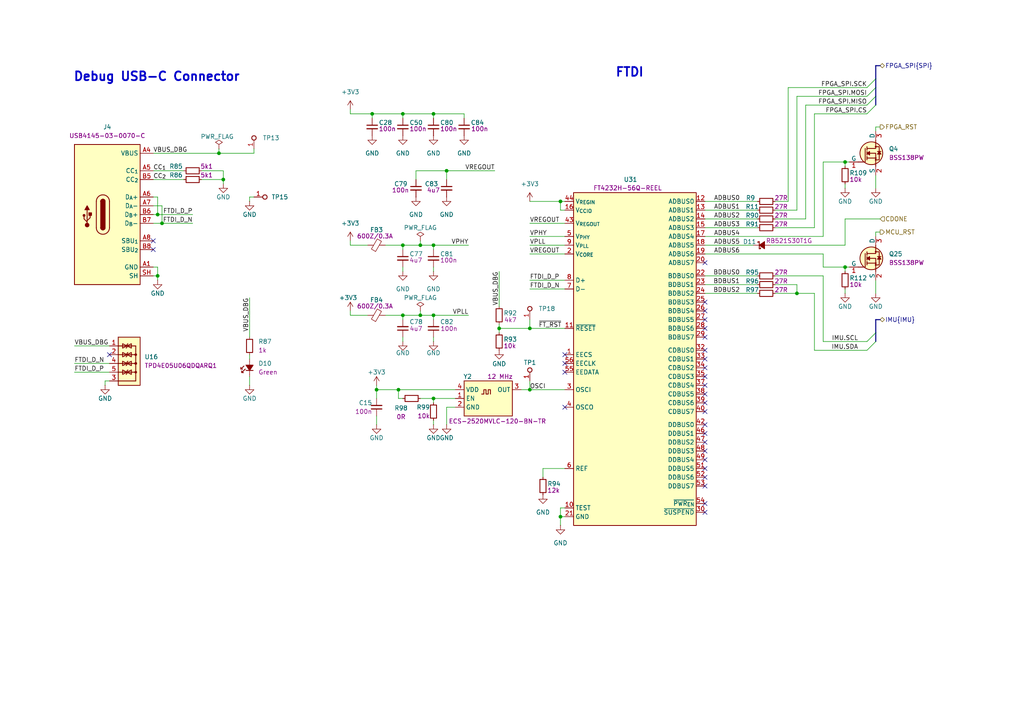
<source format=kicad_sch>
(kicad_sch (version 20231120) (generator "eeschema") (generator_version "8.0")
  (paper "A4")
  (title_block (title "LED Panel Board") (date "2025-01-31") (rev "1.0.0"))
  (junction (at 115.57 113.03))
  (junction (at 116.84 71.12))
  (junction (at 153.67 95.25))
  (junction (at 45.72 80.01))
  (junction (at 162.56 58.42))
  (junction (at 245.11 77.47))
  (junction (at 129.54 49.53))
  (junction (at 162.56 149.86))
  (junction (at 116.84 91.44))
  (junction (at 125.73 71.12))
  (junction (at 109.22 113.03))
  (junction (at 46.99 64.77))
  (junction (at 153.67 113.03))
  (junction (at 125.73 115.57))
  (junction (at 63.5 44.45))
  (junction (at 125.73 33.02))
  (junction (at 45.72 62.23))
  (junction (at 64.77 52.07))
  (junction (at 121.92 71.12))
  (junction (at 121.92 91.44))
  (junction (at 144.78 95.25))
  (junction (at 125.73 91.44))
  (junction (at 231.14 85.09))
  (junction (at 107.95 33.02))
  (junction (at 245.11 46.99))
  (junction (at 116.84 33.02))
  (no_connect (at 163.83 102.87))
  (no_connect (at 204.47 97.79))
  (no_connect (at 204.47 123.19))
  (no_connect (at 204.47 76.2))
  (no_connect (at 204.47 101.6))
  (no_connect (at 204.47 92.71))
  (no_connect (at 204.47 109.22))
  (no_connect (at 163.83 105.41))
  (no_connect (at 204.47 125.73))
  (no_connect (at 204.47 119.38))
  (no_connect (at 204.47 111.76))
  (no_connect (at 44.45 72.39))
  (no_connect (at 204.47 146.05))
  (no_connect (at 204.47 95.25))
  (no_connect (at 163.83 107.95))
  (no_connect (at 31.75 102.87))
  (no_connect (at 44.45 69.85))
  (no_connect (at 204.47 90.17))
  (no_connect (at 204.47 87.63))
  (no_connect (at 204.47 148.59))
  (no_connect (at 204.47 140.97))
  (no_connect (at 204.47 138.43))
  (no_connect (at 204.47 135.89))
  (no_connect (at 204.47 106.68))
  (no_connect (at 204.47 116.84))
  (no_connect (at 204.47 114.3))
  (no_connect (at 204.47 130.81))
  (no_connect (at 204.47 133.35))
  (no_connect (at 204.47 128.27))
  (no_connect (at 163.83 118.11))
  (no_connect (at 204.47 104.14))
  (bus_entry (at 254 27.94) (size -2.54 2.54))
  (bus_entry (at 254 25.4) (size -2.54 2.54))
  (bus_entry (at 254 96.52) (size -2.54 2.54))
  (bus_entry (at 254 30.48) (size -2.54 2.54))
  (bus_entry (at 254 22.86) (size -2.54 2.54))
  (bus_entry (at 254 99.06) (size -2.54 2.54))
  (wire (pts (xy 245.11 77.47) (xy 246.38 77.47)))
  (wire (pts (xy 224.79 80.01) (xy 238.76 80.01)))
  (wire (pts (xy 236.22 33.02) (xy 251.46 33.02)))
  (wire (pts (xy 163.83 147.32) (xy 162.56 147.32)))
  (wire (pts (xy 31.75 110.49) (xy 30.48 110.49)))
  (wire (pts (xy 144.78 95.25) (xy 144.78 96.52)))
  (wire (pts (xy 153.67 92.71) (xy 153.67 95.25)))
  (wire (pts (xy 30.48 110.49) (xy 30.48 111.76)))
  (wire (pts (xy 255.27 36.83) (xy 254 36.83)))
  (wire (pts (xy 162.56 149.86) (xy 163.83 149.86)))
  (wire (pts (xy 245.11 71.12) (xy 245.11 63.5)))
  (wire (pts (xy 162.56 149.86) (xy 162.56 152.4)))
  (bus (pts (xy 254 25.4) (xy 254 22.86)))
  (wire (pts (xy 72.39 86.36) (xy 72.39 97.79)))
  (wire (pts (xy 115.57 115.57) (xy 116.84 115.57)))
  (wire (pts (xy 116.84 34.29) (xy 116.84 33.02)))
  (wire (pts (xy 101.6 33.02) (xy 107.95 33.02)))
  (wire (pts (xy 115.57 113.03) (xy 109.22 113.03)))
  (wire (pts (xy 45.72 57.15) (xy 44.45 57.15)))
  (wire (pts (xy 228.6 25.4) (xy 251.46 25.4)))
  (wire (pts (xy 238.76 68.58) (xy 238.76 46.99)))
  (wire (pts (xy 21.59 107.95) (xy 31.75 107.95)))
  (wire (pts (xy 129.54 52.07) (xy 129.54 49.53)))
  (wire (pts (xy 245.11 46.99) (xy 245.11 48.26)))
  (wire (pts (xy 151.13 113.03) (xy 153.67 113.03)))
  (wire (pts (xy 153.67 110.49) (xy 153.67 113.03)))
  (wire (pts (xy 231.14 85.09) (xy 231.14 82.55)))
  (wire (pts (xy 254 36.83) (xy 254 38.1)))
  (wire (pts (xy 107.95 33.02) (xy 116.84 33.02)))
  (bus (pts (xy 254 30.48) (xy 254 27.94)))
  (wire (pts (xy 163.83 60.96) (xy 162.56 60.96)))
  (wire (pts (xy 58.42 49.53) (xy 64.77 49.53)))
  (wire (pts (xy 125.73 71.12) (xy 135.89 71.12)))
  (wire (pts (xy 121.92 91.44) (xy 125.73 91.44)))
  (wire (pts (xy 224.79 85.09) (xy 231.14 85.09)))
  (wire (pts (xy 224.79 63.5) (xy 233.68 63.5)))
  (wire (pts (xy 223.52 71.12) (xy 245.11 71.12)))
  (wire (pts (xy 120.65 49.53) (xy 120.65 52.07)))
  (wire (pts (xy 204.47 60.96) (xy 219.71 60.96)))
  (wire (pts (xy 101.6 91.44) (xy 106.68 91.44)))
  (wire (pts (xy 236.22 101.6) (xy 251.46 101.6)))
  (wire (pts (xy 44.45 49.53) (xy 53.34 49.53)))
  (wire (pts (xy 245.11 63.5) (xy 255.27 63.5)))
  (wire (pts (xy 109.22 111.76) (xy 109.22 113.03)))
  (wire (pts (xy 153.67 81.28) (xy 163.83 81.28)))
  (wire (pts (xy 21.59 105.41) (xy 31.75 105.41)))
  (bus (pts (xy 255.27 92.71) (xy 254 92.71)))
  (wire (pts (xy 245.11 53.34) (xy 245.11 54.61)))
  (wire (pts (xy 63.5 43.18) (xy 63.5 44.45)))
  (wire (pts (xy 162.56 147.32) (xy 162.56 149.86)))
  (wire (pts (xy 204.47 68.58) (xy 238.76 68.58)))
  (wire (pts (xy 204.47 71.12) (xy 218.44 71.12)))
  (wire (pts (xy 236.22 85.09) (xy 236.22 101.6)))
  (wire (pts (xy 204.47 82.55) (xy 219.71 82.55)))
  (wire (pts (xy 163.83 83.82) (xy 153.67 83.82)))
  (bus (pts (xy 254 22.86) (xy 254 19.05)))
  (wire (pts (xy 254 50.8) (xy 254 54.61)))
  (wire (pts (xy 72.39 57.15) (xy 73.66 57.15)))
  (wire (pts (xy 45.72 62.23) (xy 45.72 57.15)))
  (wire (pts (xy 129.54 49.53) (xy 120.65 49.53)))
  (wire (pts (xy 132.08 115.57) (xy 125.73 115.57)))
  (wire (pts (xy 231.14 27.94) (xy 231.14 60.96)))
  (wire (pts (xy 238.76 77.47) (xy 245.11 77.47)))
  (wire (pts (xy 144.78 95.25) (xy 153.67 95.25)))
  (wire (pts (xy 157.48 138.43) (xy 157.48 135.89)))
  (wire (pts (xy 204.47 66.04) (xy 219.71 66.04)))
  (wire (pts (xy 153.67 71.12) (xy 163.83 71.12)))
  (wire (pts (xy 44.45 77.47) (xy 45.72 77.47)))
  (wire (pts (xy 125.73 115.57) (xy 121.92 115.57)))
  (wire (pts (xy 109.22 123.19) (xy 109.22 120.65)))
  (wire (pts (xy 44.45 59.69) (xy 46.99 59.69)))
  (wire (pts (xy 44.45 44.45) (xy 63.5 44.45)))
  (wire (pts (xy 125.73 115.57) (xy 125.73 116.84)))
  (wire (pts (xy 121.92 71.12) (xy 125.73 71.12)))
  (wire (pts (xy 224.79 60.96) (xy 231.14 60.96)))
  (wire (pts (xy 45.72 77.47) (xy 45.72 80.01)))
  (wire (pts (xy 238.76 73.66) (xy 238.76 77.47)))
  (wire (pts (xy 231.14 85.09) (xy 236.22 85.09)))
  (wire (pts (xy 116.84 97.79) (xy 116.84 99.06)))
  (wire (pts (xy 116.84 71.12) (xy 121.92 71.12)))
  (wire (pts (xy 129.54 49.53) (xy 143.51 49.53)))
  (wire (pts (xy 132.08 118.11) (xy 129.54 118.11)))
  (wire (pts (xy 46.99 64.77) (xy 55.88 64.77)))
  (wire (pts (xy 44.45 52.07) (xy 53.34 52.07)))
  (wire (pts (xy 144.78 78.74) (xy 144.78 88.9)))
  (wire (pts (xy 101.6 90.17) (xy 101.6 91.44)))
  (wire (pts (xy 72.39 57.15) (xy 72.39 58.42)))
  (wire (pts (xy 129.54 118.11) (xy 129.54 123.19)))
  (wire (pts (xy 121.92 90.17) (xy 121.92 91.44)))
  (wire (pts (xy 63.5 44.45) (xy 73.66 44.45)))
  (wire (pts (xy 116.84 91.44) (xy 121.92 91.44)))
  (wire (pts (xy 254 81.28) (xy 254 85.09)))
  (wire (pts (xy 109.22 113.03) (xy 109.22 115.57)))
  (wire (pts (xy 72.39 109.22) (xy 72.39 111.76)))
  (wire (pts (xy 162.56 60.96) (xy 162.56 58.42)))
  (wire (pts (xy 238.76 80.01) (xy 238.76 99.06)))
  (wire (pts (xy 111.76 91.44) (xy 116.84 91.44)))
  (wire (pts (xy 153.67 95.25) (xy 163.83 95.25)))
  (wire (pts (xy 45.72 80.01) (xy 45.72 81.28)))
  (wire (pts (xy 231.14 27.94) (xy 251.46 27.94)))
  (wire (pts (xy 111.76 71.12) (xy 116.84 71.12)))
  (wire (pts (xy 125.73 77.47) (xy 125.73 78.74)))
  (wire (pts (xy 44.45 64.77) (xy 46.99 64.77)))
  (wire (pts (xy 121.92 69.85) (xy 121.92 71.12)))
  (wire (pts (xy 224.79 58.42) (xy 228.6 58.42)))
  (bus (pts (xy 254 92.71) (xy 254 96.52)))
  (wire (pts (xy 116.84 72.39) (xy 116.84 71.12)))
  (wire (pts (xy 153.67 73.66) (xy 163.83 73.66)))
  (wire (pts (xy 245.11 77.47) (xy 245.11 78.74)))
  (wire (pts (xy 245.11 83.82) (xy 245.11 85.09)))
  (wire (pts (xy 228.6 25.4) (xy 228.6 58.42)))
  (wire (pts (xy 204.47 80.01) (xy 219.71 80.01)))
  (bus (pts (xy 254 96.52) (xy 254 99.06)))
  (wire (pts (xy 116.84 33.02) (xy 125.73 33.02)))
  (wire (pts (xy 125.73 33.02) (xy 134.62 33.02)))
  (wire (pts (xy 21.59 100.33) (xy 31.75 100.33)))
  (wire (pts (xy 255.27 67.31) (xy 254 67.31)))
  (wire (pts (xy 224.79 66.04) (xy 236.22 66.04)))
  (wire (pts (xy 238.76 99.06) (xy 251.46 99.06)))
  (wire (pts (xy 204.47 63.5) (xy 219.71 63.5)))
  (wire (pts (xy 64.77 52.07) (xy 64.77 53.34)))
  (wire (pts (xy 132.08 113.03) (xy 115.57 113.03)))
  (wire (pts (xy 144.78 93.98) (xy 144.78 95.25)))
  (wire (pts (xy 233.68 30.48) (xy 233.68 63.5)))
  (wire (pts (xy 72.39 102.87) (xy 72.39 104.14)))
  (wire (pts (xy 45.72 62.23) (xy 55.88 62.23)))
  (wire (pts (xy 157.48 135.89) (xy 163.83 135.89)))
  (wire (pts (xy 233.68 30.48) (xy 251.46 30.48)))
  (wire (pts (xy 125.73 33.02) (xy 125.73 34.29)))
  (wire (pts (xy 73.66 44.45) (xy 73.66 43.18)))
  (wire (pts (xy 46.99 59.69) (xy 46.99 64.77)))
  (bus (pts (xy 254 27.94) (xy 254 25.4)))
  (wire (pts (xy 116.84 92.71) (xy 116.84 91.44)))
  (wire (pts (xy 134.62 34.29) (xy 134.62 33.02)))
  (wire (pts (xy 153.67 113.03) (xy 163.83 113.03)))
  (wire (pts (xy 236.22 33.02) (xy 236.22 66.04)))
  (wire (pts (xy 125.73 121.92) (xy 125.73 123.19)))
  (wire (pts (xy 44.45 62.23) (xy 45.72 62.23)))
  (wire (pts (xy 224.79 82.55) (xy 231.14 82.55)))
  (wire (pts (xy 64.77 49.53) (xy 64.77 52.07)))
  (wire (pts (xy 204.47 58.42) (xy 219.71 58.42)))
  (wire (pts (xy 101.6 31.75) (xy 101.6 33.02)))
  (wire (pts (xy 245.11 46.99) (xy 246.38 46.99)))
  (wire (pts (xy 125.73 91.44) (xy 125.73 92.71)))
  (wire (pts (xy 125.73 91.44) (xy 135.89 91.44)))
  (wire (pts (xy 125.73 71.12) (xy 125.73 72.39)))
  (wire (pts (xy 153.67 68.58) (xy 163.83 68.58)))
  (wire (pts (xy 125.73 97.79) (xy 125.73 99.06)))
  (wire (pts (xy 153.67 58.42) (xy 162.56 58.42)))
  (wire (pts (xy 153.67 64.77) (xy 163.83 64.77)))
  (wire (pts (xy 238.76 46.99) (xy 245.11 46.99)))
  (wire (pts (xy 101.6 71.12) (xy 106.68 71.12)))
  (wire (pts (xy 107.95 34.29) (xy 107.95 33.02)))
  (wire (pts (xy 44.45 80.01) (xy 45.72 80.01)))
  (wire (pts (xy 115.57 113.03) (xy 115.57 115.57)))
  (wire (pts (xy 163.83 58.42) (xy 162.56 58.42)))
  (wire (pts (xy 254 67.31) (xy 254 68.58)))
  (wire (pts (xy 58.42 52.07) (xy 64.77 52.07)))
  (wire (pts (xy 101.6 69.85) (xy 101.6 71.12)))
  (wire (pts (xy 204.47 85.09) (xy 219.71 85.09)))
  (wire (pts (xy 204.47 73.66) (xy 238.76 73.66)))
  (wire (pts (xy 116.84 77.47) (xy 116.84 78.74)))
  (bus (pts (xy 254 19.05) (xy 255.27 19.05)))
  (text "FTDI" (at 182.626 21.082 0) (effects (font (size 2.54 2.54) (thickness 0.508) (bold yes))))
  (text "Debug USB-C Connector" (at 45.466 22.352 0) (effects (font (size 2.54 2.54) (thickness 0.508) (bold yes))))
  (label "CC_{1}" (at 44.45 49.53 0))
  (label "FTDI_D_P" (at 21.59 107.95 0))
  (label "IMU.SCL" (at 248.92 99.06 180))
  (label "FTDI_D_N" (at 153.67 83.82 0))
  (label "~{FT_RST}" (at 156.21 95.25 0))
  (label "FTDI_D_N" (at 55.88 64.77 180))
  (label "VBUS_DBG" (at 144.78 78.74 270))
  (label "VREGOUT" (at 153.67 64.77 0))
  (label "VBUS_DBG" (at 44.45 44.45 0))
  (label "VBUS_DBG" (at 72.39 86.36 270))
  (label "BDBUS2" (at 214.63 85.09 180))
  (label "ADBUS4" (at 214.63 68.58 180))
  (label "BDBUS1" (at 214.63 82.55 180))
  (label "VPLL" (at 153.67 71.12 0))
  (label "FTDI_D_N" (at 21.59 105.41 0))
  (label "VPLL" (at 135.89 91.44 180))
  (label "FPGA_SPI.CS" (at 251.46 33.02 180))
  (label "VBUS_DBG" (at 21.59 100.33 0))
  (label "ADBUS6" (at 214.63 73.66 180))
  (label "FTDI_D_P" (at 153.67 81.28 0))
  (label "ADBUS0" (at 214.63 58.42 180))
  (label "VPHY" (at 135.89 71.12 180))
  (label "OSCI" (at 153.67 113.03 0))
  (label "VREGOUT" (at 143.51 49.53 180))
  (label "CC_{2}" (at 44.45 52.07 0))
  (label "VPHY" (at 153.67 68.58 0))
  (label "VREGOUT" (at 153.67 73.66 0))
  (label "ADBUS2" (at 214.63 63.5 180))
  (label "FTDI_D_P" (at 55.88 62.23 180))
  (label "ADBUS5" (at 214.63 71.12 180))
  (label "BDBUS0" (at 214.63 80.01 180))
  (label "IMU.SDA" (at 248.92 101.6 180))
  (label "ADBUS3" (at 214.63 66.04 180))
  (label "FPGA_SPI.MOSI" (at 251.46 27.94 180))
  (label "ADBUS1" (at 214.63 60.96 180))
  (label "FPGA_SPI.MISO" (at 251.46 30.48 180))
  (label "FPGA_SPI.SCK" (at 251.46 25.4 180))
  (hierarchical_label "IMU{IMU}" (shape bidirectional) (at 255.27 92.71 0))
  (hierarchical_label "MCU_RST" (shape output) (at 255.27 67.31 0))
  (hierarchical_label "FPGA_SPI{SPI}" (shape bidirectional) (at 255.27 19.05 0))
  (hierarchical_label "CDONE" (shape input) (at 255.27 63.5 0))
  (hierarchical_label "FPGA_RST" (shape output) (at 255.27 36.83 0))
  (symbol (lib_id "antmicroTestPoints:TP_0.75mm_SMD") (at 73.66 43.18 90) (unit 1) (in_bom no)
    (property "Reference" "TP13" (at 76.2 40.005 90) (effects (justify right)))
    (property "Value" "TP_0.75mm_SMD" (effects (hide yes)))
    (property "Footprint" "antmicro-footprints:TP_SMD_0.75mm" (effects (hide yes)))
    (property "Description" "SMT test point" (effects (hide yes)))
    (property "Author" "Antmicro" (effects (hide yes)))
    (property "License" "Apache-2.0" (effects (hide yes)))
  )
  (symbol (lib_id "antmicropower:+3V3") (at 101.6 90.17 0) (unit 1)
    (property "Reference" "#PWR0247" (effects (hide yes)))
    (property "Value" "+3V3" (at 100.965 86.36 0))
    (property "Author" "Antmicro" (effects (hide yes)))
    (property "License" "Apache-2.0" (effects (hide yes)))
  )
  (symbol (lib_id "antmicropower:GND") (at 129.54 123.19 0) (mirror y) (unit 1)
    (property "Reference" "#PWR032" (effects (hide yes)))
    (property "Value" "GND" (at 129.54 127 0))
    (property "Author" "Antmicro" (effects (hide yes)))
    (property "License" "Apache-2.0" (effects (hide yes)))
  )
  (symbol (lib_id "antmicropower:GND") (at 116.84 39.37 0) (unit 1)
    (property "Reference" "#PWR0252" (effects (hide yes)))
    (property "Value" "GND" (at 116.84 44.45 0))
    (property "Author" "Antmicro" (effects (hide yes)))
    (property "License" "Apache-2.0" (effects (hide yes)))
  )
  (symbol (lib_id "antmicropower:GND") (at 134.62 39.37 0) (unit 1)
    (property "Reference" "#PWR0262" (effects (hide yes)))
    (property "Value" "GND" (at 134.62 44.45 0))
    (property "Author" "Antmicro" (effects (hide yes)))
    (property "License" "Apache-2.0" (effects (hide yes)))
  )
  (symbol (lib_id "antmicroCapacitors0402:C_100n_0402") (at 109.22 120.65 270) (mirror x) (unit 1)
    (property "Reference" "C15" (at 107.95 116.84 90) (effects (justify right)))
    (property "Value" "C_100n_0402" (effects (hide yes)))
    (property "Footprint" "antmicro-footprints:C_0402_1005Metric" (effects (hide yes)))
    (property "Datasheet" "https://www.murata.com/products/productdetail?partno=GRM155R61H104KE14%23" (effects (hide yes)))
    (property "Description" "SMD Multilayer Ceramic Capacitor, 0.1 µF, 50 V, 0402 [1005 Metric], ± 10%, X5R, GRM Series" (effects (hide yes)))
    (property "MPN" "GRM155R61H104KE14D" (effects (hide yes)))
    (property "Manufacturer" "Murata" (effects (hide yes)))
    (property "License" "Apache-2.0" (effects (hide yes)))
    (property "Author" "Antmicro" (effects (hide yes)))
    (property "Val" "100n" (at 107.95 119.38 90) (effects (justify right)))
    (property "Voltage" "50V" (effects (hide yes)))
    (property "Dielectric" "X5R" (effects (hide yes)))
  )
  (symbol (lib_id "antmicroResistors0402:R_27R_0402") (at 219.71 63.5 0) (unit 1)
    (property "Reference" "R90" (at 218.186 62.484 0))
    (property "Value" "R_27R_0402" (effects (hide yes)))
    (property "Footprint" "antmicro-footprints:R_0402_1005Metric" (effects (hide yes)))
    (property "Datasheet" "https://www.bourns.com/docs/product-datasheets/cr.pdf" (effects (hide yes)))
    (property "Description" "SMD Chip Resistor, 27 ohm, ± 1%, 63 mW, 0402 [1005 Metric], Thick Film, General Purpose" (effects (hide yes)))
    (property "MPN" "CR0402-FX-27R0GLF" (effects (hide yes)))
    (property "Manufacturer" "Bourns" (effects (hide yes)))
    (property "License" "Apache-2.0" (effects (hide yes)))
    (property "Author" "Antmicro" (effects (hide yes)))
    (property "Val" "27R" (at 226.568 62.484 0))
    (property "Tolerance" "1%" (effects (hide yes)))
  )
  (symbol (lib_id "antmicropower:PWR_FLAG") (at 63.5 43.18 0) (unit 1)
    (property "Reference" "#FLG01" (effects (hide yes)))
    (property "Value" "PWR_FLAG" (at 62.992 39.624 0))
    (instances (project "" (path "" (reference "#FLG01") (unit 1)) (path "" (reference "#FLG0101") (unit 1))))
  )
  (symbol (lib_id "antmicroCapacitors0402:C_100n_16V_X7R_0402") (at 134.62 34.29 90) (mirror x) (unit 1)
    (property "Reference" "C84" (at 136.525 35.56 90) (effects (justify right)))
    (property "Value" "C_100n_16V_X7R_0402" (effects (hide yes)))
    (property "Footprint" "antmicro-footprints:C_0402_1005Metric" (effects (hide yes)))
    (property "Datasheet" "https://www.kemet.com/en/us/capacitors/product/C0402C104J4RAC7411.html" (effects (hide yes)))
    (property "Manufacturer" "KEMET" (effects (hide yes)))
    (property "MPN" "C0402C104J4RAC7411" (effects (hide yes)))
    (property "Val" "100n" (at 141.605 38.1 90) (effects (justify left bottom)))
    (property "License" "Apache-2.0" (effects (hide yes)))
    (property "Author" "Antmicro" (effects (hide yes)))
    (property "Voltage" "16V" (effects (hide yes)))
    (property "Dielectric" "X7R" (effects (hide yes)))
  )
  (symbol (lib_id "antmicroResistors0402:R_10k_0402") (at 144.78 101.6 90) (unit 1)
    (property "Reference" "R93" (at 146.05 98.425 90) (effects (justify right)))
    (property "Value" "R_10k_0402" (effects (hide yes)))
    (property "Footprint" "antmicro-footprints:R_0402_1005Metric" (effects (hide yes)))
    (property "Datasheet" "https://www.bourns.com/docs/product-datasheets/cr.pdf" (effects (hide yes)))
    (property "Manufacturer" "Bourns" (effects (hide yes)))
    (property "MPN" "CR0402-FX-1002GLF" (effects (hide yes)))
    (property "Val" "10k" (at 146.05 100.33 90) (effects (justify right)))
    (property "License" "Apache-2.0" (effects (hide yes)))
    (property "Author" "Antmicro" (effects (hide yes)))
    (property "Tolerance" "1%" (effects (hide yes)))
    (property "Public" "False" (effects (hide yes)))
  )
  (symbol (lib_id "antmicropower:GND") (at 245.11 85.09 0) (unit 1)
    (property "Reference" "#PWR0268" (effects (hide yes)))
    (property "Value" "GND" (at 245.11 88.9 0))
    (property "Author" "Antmicro" (effects (hide yes)))
    (property "License" "Apache-2.0" (effects (hide yes)))
  )
  (symbol (lib_id "antmicropower:+3V3") (at 109.22 111.76 0) (unit 1)
    (property "Reference" "#PWR025" (effects (hide yes)))
    (property "Value" "+3V3" (at 109.22 107.95 0))
    (property "Author" "Antmicro" (effects (hide yes)))
    (property "License" "Apache-2.0" (effects (hide yes)))
  )
  (symbol (lib_id "antmicropower:+3V3") (at 101.6 69.85 0) (unit 1)
    (property "Reference" "#PWR0246" (effects (hide yes)))
    (property "Value" "+3V3" (at 101.6 64.77 0))
    (property "Author" "Antmicro" (effects (hide yes)))
    (property "License" "Apache-2.0" (effects (hide yes)))
  )
  (symbol (lib_id "antmicroResistors0402:R_1k_0402") (at 72.39 97.79 270) (unit 1)
    (property "Reference" "R87" (at 74.93 99.06 90) (effects (justify left)))
    (property "Value" "R_1k_0402" (effects (hide yes)))
    (property "Footprint" "antmicro-footprints:R_0402_1005Metric" (effects (hide yes)))
    (property "Datasheet" "https://www.bourns.com/docs/product-datasheets/cr.pdf" (effects (hide yes)))
    (property "Description" "SMD Chip Resistor, 1 kohm, ± 1%, 63 mW, 0402 [1005 Metric], Thick Film, General Purpose" (effects (hide yes)))
    (property "MPN" "CR0402-FX-1001GLF" (effects (hide yes)))
    (property "Manufacturer" "Bourns" (effects (hide yes)))
    (property "License" "Apache-2.0" (effects (hide yes)))
    (property "Author" "Antmicro" (effects (hide yes)))
    (property "Val" "1k" (at 74.93 101.6 90) (effects (justify left)))
    (property "Tolerance" "1%" (effects (hide yes)))
  )
  (symbol (lib_id "antmicropower:GND") (at 45.72 81.28 0) (unit 1)
    (property "Reference" "#PWR056" (effects (hide yes)))
    (property "Value" "GND" (at 45.72 85.09 0))
    (property "Author" "Antmicro" (effects (hide yes)))
    (property "License" "Apache-2.0" (effects (hide yes)))
  )
  (symbol (lib_id "antmicroResistors0402:R_12k_0402") (at 157.48 138.43 270) (unit 1)
    (property "Reference" "R94" (at 158.75 140.335 90) (effects (justify left)))
    (property "Value" "R_12k_0402" (effects (hide yes)))
    (property "Footprint" "antmicro-footprints:R_0402_1005Metric" (effects (hide yes)))
    (property "Datasheet" "https://www.bourns.com/docs/product-datasheets/cr.pdf" (effects (hide yes)))
    (property "Manufacturer" "Bourns" (effects (hide yes)))
    (property "MPN" "CR0402-FX-1202GLF" (effects (hide yes)))
    (property "Val" "12k" (at 158.75 142.24 90) (effects (justify left)))
    (property "License" "Apache-2.0" (effects (hide yes)))
    (property "Author" "Antmicro" (effects (hide yes)))
    (property "Tolerance" "1%" (effects (hide yes)))
    (property "Public" "False" (effects (hide yes)))
  )
  (symbol (lib_id "antmicroResistors0402:R_27R_0402") (at 219.71 80.01 0) (unit 1)
    (property "Reference" "R95" (at 218.186 78.994 0))
    (property "Value" "R_27R_0402" (effects (hide yes)))
    (property "Footprint" "antmicro-footprints:R_0402_1005Metric" (effects (hide yes)))
    (property "Datasheet" "https://www.bourns.com/docs/product-datasheets/cr.pdf" (effects (hide yes)))
    (property "Description" "SMD Chip Resistor, 27 ohm, ± 1%, 63 mW, 0402 [1005 Metric], Thick Film, General Purpose" (effects (hide yes)))
    (property "MPN" "CR0402-FX-27R0GLF" (effects (hide yes)))
    (property "Manufacturer" "Bourns" (effects (hide yes)))
    (property "License" "Apache-2.0" (effects (hide yes)))
    (property "Author" "Antmicro" (effects (hide yes)))
    (property "Val" "27R" (at 226.568 78.994 0))
    (property "Tolerance" "1%" (effects (hide yes)))
  )
  (symbol (lib_id "antmicropower:PWR_FLAG") (at 121.92 69.85 0) (unit 1)
    (property "Reference" "#FLG05" (effects (hide yes)))
    (property "Value" "PWR_FLAG" (at 121.92 66.04 0))
  )
  (symbol (lib_id "antmicropower:GND") (at 72.39 111.76 0) (unit 1)
    (property "Reference" "#PWR064" (effects (hide yes)))
    (property "Value" "GND" (at 72.39 115.57 0))
    (property "Author" "Antmicro" (effects (hide yes)))
    (property "License" "Apache-2.0" (effects (hide yes)))
  )
  (symbol (lib_id "antmicropower:GND") (at 30.48 111.76 0) (unit 1)
    (property "Reference" "#PWR053" (effects (hide yes)))
    (property "Value" "GND" (at 30.48 115.57 0))
    (property "Author" "Antmicro" (effects (hide yes)))
    (property "License" "Apache-2.0" (effects (hide yes)))
  )
  (symbol (lib_id "antmicroTestPoints:TP_0.75mm_SMD") (at 153.67 110.49 270) (mirror x) (unit 1) (in_bom no)
    (property "Reference" "TP1" (at 151.892 105.156 90) (effects (justify left)))
    (property "Value" "TP_0.75mm_SMD" (effects (hide yes)))
    (property "Footprint" "antmicro-footprints:TP_SMD_0.75mm" (effects (hide yes)))
    (property "Description" "SMT test point" (effects (hide yes)))
    (property "Author" "Antmicro" (effects (hide yes)))
    (property "License" "Apache-2.0" (effects (hide yes)))
  )
  (symbol (lib_id "antmicroCapacitors0402:C_100n_16V_X7R_0402") (at 116.84 34.29 270) (unit 1)
    (property "Reference" "C50" (at 118.745 35.56 90) (effects (justify left)))
    (property "Value" "C_100n_16V_X7R_0402" (effects (hide yes)))
    (property "Footprint" "antmicro-footprints:C_0402_1005Metric" (effects (hide yes)))
    (property "Datasheet" "https://www.kemet.com/en/us/capacitors/product/C0402C104J4RAC7411.html" (effects (hide yes)))
    (property "Manufacturer" "KEMET" (effects (hide yes)))
    (property "MPN" "C0402C104J4RAC7411" (effects (hide yes)))
    (property "Val" "100n" (at 118.745 38.1 90) (effects (justify left bottom)))
    (property "License" "Apache-2.0" (effects (hide yes)))
    (property "Author" "Antmicro" (effects (hide yes)))
    (property "Voltage" "16V" (effects (hide yes)))
    (property "Dielectric" "X7R" (effects (hide yes)))
  )
  (symbol (lib_id "antmicropower:GND") (at 64.77 53.34 0) (unit 1)
    (property "Reference" "#PWR059" (effects (hide yes)))
    (property "Value" "GND" (at 64.77 57.15 0))
    (property "Author" "Antmicro" (effects (hide yes)))
    (property "License" "Apache-2.0" (effects (hide yes)))
  )
  (symbol (lib_id "antmicropower:+3V3") (at 101.6 31.75 0) (unit 1)
    (property "Reference" "#PWR0245" (effects (hide yes)))
    (property "Value" "+3V3" (at 101.6 26.67 0))
    (property "Author" "Antmicro" (effects (hide yes)))
    (property "License" "Apache-2.0" (effects (hide yes)))
  )
  (symbol (lib_id "antmicroTestPoints:TP_0.75mm_SMD") (at 153.67 92.71 270) (mirror x) (unit 1) (in_bom no)
    (property "Reference" "TP18" (at 156.21 89.535 90) (effects (justify left)))
    (property "Value" "TP_0.75mm_SMD" (effects (hide yes)))
    (property "Footprint" "antmicro-footprints:TP_SMD_0.75mm" (effects (hide yes)))
    (property "Description" "SMT test point" (effects (hide yes)))
    (property "Author" "Antmicro" (effects (hide yes)))
    (property "License" "Apache-2.0" (effects (hide yes)))
  )
  (symbol (lib_id "antmicroResistors0402:R_5k1_0402") (at 53.34 49.53 0) (unit 1)
    (property "Reference" "R85" (at 51.054 48.26 0))
    (property "Value" "R_5k1_0402" (effects (hide yes)))
    (property "Footprint" "antmicro-footprints:R_0402_1005Metric" (effects (hide yes)))
    (property "Datasheet" "https://www.bourns.com/docs/product-datasheets/cr.pdf" (effects (hide yes)))
    (property "Description" "SMD Chip Resistor, 5.1 kohm, ± 1%, 63 mW, 0402 [1005 Metric], Thick Film, General Purpose" (effects (hide yes)))
    (property "MPN" "CR0402-FX-5101GLF" (effects (hide yes)))
    (property "Manufacturer" "Bourns" (effects (hide yes)))
    (property "License" "Apache-2.0" (effects (hide yes)))
    (property "Author" "Antmicro" (effects (hide yes)))
    (property "Val" "5k1" (at 59.944 48.26 0))
    (property "Tolerance" "1%" (effects (hide yes)))
  )
  (symbol (lib_id "antmicroCapacitors0402:C_4u7_0402") (at 116.84 72.39 270) (unit 1)
    (property "Reference" "C77" (at 118.745 73.66 90) (effects (justify left)))
    (property "Value" "C_4u7_0402" (effects (hide yes)))
    (property "Footprint" "antmicro-footprints:C_0402_1005Metric" (effects (hide yes)))
    (property "Datasheet" "https://www.murata.com/products/productdetail?partno=GRM155R61A475MEAA%23" (effects (hide yes)))
    (property "Manufacturer" "Murata" (effects (hide yes)))
    (property "MPN" "GRM155R61A475MEAAD" (effects (hide yes)))
    (property "Val" "4u7" (at 118.745 76.2 90) (effects (justify left bottom)))
    (property "License" "Apache-2.0" (effects (hide yes)))
    (property "Author" "Antmicro" (effects (hide yes)))
    (property "Public" "False" (effects (hide yes)))
  )
  (symbol (lib_id "antmicroResistors0402:R_27R_0402") (at 219.71 66.04 0) (unit 1)
    (property "Reference" "R91" (at 218.186 65.024 0))
    (property "Value" "R_27R_0402" (effects (hide yes)))
    (property "Footprint" "antmicro-footprints:R_0402_1005Metric" (effects (hide yes)))
    (property "Datasheet" "https://www.bourns.com/docs/product-datasheets/cr.pdf" (effects (hide yes)))
    (property "Description" "SMD Chip Resistor, 27 ohm, ± 1%, 63 mW, 0402 [1005 Metric], Thick Film, General Purpose" (effects (hide yes)))
    (property "MPN" "CR0402-FX-27R0GLF" (effects (hide yes)))
    (property "Manufacturer" "Bourns" (effects (hide yes)))
    (property "License" "Apache-2.0" (effects (hide yes)))
    (property "Author" "Antmicro" (effects (hide yes)))
    (property "Val" "27R" (at 226.568 65.024 0))
    (property "Tolerance" "1%" (effects (hide yes)))
  )
  (symbol (lib_id "antmicropower:GND") (at 116.84 78.74 0) (unit 1)
    (property "Reference" "#PWR0253" (effects (hide yes)))
    (property "Value" "GND" (at 116.84 83.82 0))
    (property "Author" "Antmicro" (effects (hide yes)))
    (property "License" "Apache-2.0" (effects (hide yes)))
  )
  (symbol (lib_id "antmicropower:GND") (at 116.84 99.06 0) (unit 1)
    (property "Reference" "#PWR0254" (effects (hide yes)))
    (property "Value" "GND" (at 116.84 102.362 0))
    (property "Author" "Antmicro" (effects (hide yes)))
    (property "License" "Apache-2.0" (effects (hide yes)))
  )
  (symbol (lib_id "antmicroCapacitors0402:C_100n_16V_X7R_0402") (at 125.73 97.79 90) (unit 1)
    (property "Reference" "C82" (at 127.635 93.345 90) (effects (justify right)))
    (property "Value" "C_100n_16V_X7R_0402" (effects (hide yes)))
    (property "Footprint" "antmicro-footprints:C_0402_1005Metric" (effects (hide yes)))
    (property "Datasheet" "https://www.kemet.com/en/us/capacitors/product/C0402C104J4RAC7411.html" (effects (hide yes)))
    (property "Manufacturer" "KEMET" (effects (hide yes)))
    (property "MPN" "C0402C104J4RAC7411" (effects (hide yes)))
    (property "Val" "100n" (at 132.715 94.615 90) (effects (justify left bottom)))
    (property "License" "Apache-2.0" (effects (hide yes)))
    (property "Author" "Antmicro" (effects (hide yes)))
    (property "Voltage" "16V" (effects (hide yes)))
    (property "Dielectric" "X7R" (effects (hide yes)))
  )
  (symbol (lib_id "antmicropower:GND") (at 125.73 78.74 0) (unit 1)
    (property "Reference" "#PWR0259" (effects (hide yes)))
    (property "Value" "GND" (at 125.73 83.82 0))
    (property "Author" "Antmicro" (effects (hide yes)))
    (property "License" "Apache-2.0" (effects (hide yes)))
  )
  (symbol (lib_id "antmicropower:GND") (at 109.22 123.19 0) (mirror y) (unit 1)
    (property "Reference" "#PWR027" (effects (hide yes)))
    (property "Value" "GND" (at 109.22 127 0))
    (property "Author" "Antmicro" (effects (hide yes)))
    (property "License" "Apache-2.0" (effects (hide yes)))
  )
  (symbol (lib_id "antmicroResistors0402:R_5k1_0402") (at 53.34 52.07 0) (unit 1)
    (property "Reference" "R86" (at 51.054 50.8 0))
    (property "Value" "R_5k1_0402" (effects (hide yes)))
    (property "Footprint" "antmicro-footprints:R_0402_1005Metric" (effects (hide yes)))
    (property "Datasheet" "https://www.bourns.com/docs/product-datasheets/cr.pdf" (effects (hide yes)))
    (property "Description" "SMD Chip Resistor, 5.1 kohm, ± 1%, 63 mW, 0402 [1005 Metric], Thick Film, General Purpose" (effects (hide yes)))
    (property "MPN" "CR0402-FX-5101GLF" (effects (hide yes)))
    (property "Manufacturer" "Bourns" (effects (hide yes)))
    (property "License" "Apache-2.0" (effects (hide yes)))
    (property "Author" "Antmicro" (effects (hide yes)))
    (property "Val" "5k1" (at 59.944 50.8 0))
    (property "Tolerance" "1%" (effects (hide yes)))
  )
  (symbol (lib_id "antmicroLEDIndicationDiscrete:LED_G_0603_KP-1608CGCK") (at 72.39 109.22 90) (unit 1)
    (property "Reference" "D10" (at 74.93 105.41 90) (effects (justify right)))
    (property "Value" "LED_G_0603_KP-1608CGCK" (effects (hide yes)))
    (property "Footprint" "antmicro-footprints:LED_0603_1608Metric_G" (effects (hide yes)))
    (property "Datasheet" "http://www.kingbright.com/attachments/file/psearch//000/00/00/KP-1608CGCK(Ver.23B).pdf" (effects (hide yes)))
    (property "Description" "LED, Green, SMD, 0603, 20 mA, 2.1 V, 570 nm" (effects (hide yes)))
    (property "MPN" "KP-1608CGCK" (effects (hide yes)))
    (property "Manufacturer" "Kingbright" (effects (hide yes)))
    (property "Color" "Green" (at 74.93 107.9499 90) (effects (justify right)))
    (property "Author" "Antmicro" (effects (hide yes)))
    (property "License" "Apache-2.0" (effects (hide yes)))
  )
  (symbol (lib_id "antmicroFerriteBeadsandChips:FB_600Z_0.3A_Murata-BLM15AG_0402") (at 106.68 91.44 0) (unit 1)
    (property "Reference" "FB4" (at 109.22 86.995 0))
    (property "Value" "FB_600Z_0.3A_Murata-BLM15AG_0402" (effects (hide yes)))
    (property "Footprint" "antmicro-footprints:FB_0402_1005Metric" (effects (hide yes)))
    (property "Datasheet" "https://www.murata.com/en-us/products/productdata/8796740059166/ENFA0018.pdf" (effects (hide yes)))
    (property "MPN" "BLM15AG601SN1D" (effects (hide yes)))
    (property "Manufacturer" "Murata" (effects (hide yes)))
    (property "Author" "Antmicro" (effects (hide yes)))
    (property "License" "Apache-2.0" (effects (hide yes)))
    (property "Val" "600Z/0.3A" (at 103.505 89.535 0) (effects (justify left bottom)))
    (property "Public" "False" (effects (hide yes)))
  )
  (symbol (lib_id "antmicropower:GND") (at 125.73 123.19 0) (mirror y) (unit 1)
    (property "Reference" "#PWR031" (effects (hide yes)))
    (property "Value" "GND" (at 125.73 127 0))
    (property "Author" "Antmicro" (effects (hide yes)))
    (property "License" "Apache-2.0" (effects (hide yes)))
  )
  (symbol (lib_id "antmicroResistors0402:R_27R_0402") (at 219.71 82.55 0) (unit 1)
    (property "Reference" "R96" (at 218.186 81.534 0))
    (property "Value" "R_27R_0402" (effects (hide yes)))
    (property "Footprint" "antmicro-footprints:R_0402_1005Metric" (effects (hide yes)))
    (property "Datasheet" "https://www.bourns.com/docs/product-datasheets/cr.pdf" (effects (hide yes)))
    (property "Description" "SMD Chip Resistor, 27 ohm, ± 1%, 63 mW, 0402 [1005 Metric], Thick Film, General Purpose" (effects (hide yes)))
    (property "MPN" "CR0402-FX-27R0GLF" (effects (hide yes)))
    (property "Manufacturer" "Bourns" (effects (hide yes)))
    (property "License" "Apache-2.0" (effects (hide yes)))
    (property "Author" "Antmicro" (effects (hide yes)))
    (property "Val" "27R" (at 226.568 81.534 0))
    (property "Tolerance" "1%" (effects (hide yes)))
  )
  (symbol (lib_id "antmicroResistors0402:R_27R_0402") (at 219.71 85.09 0) (unit 1)
    (property "Reference" "R97" (at 218.186 84.074 0))
    (property "Value" "R_27R_0402" (effects (hide yes)))
    (property "Footprint" "antmicro-footprints:R_0402_1005Metric" (effects (hide yes)))
    (property "Datasheet" "https://www.bourns.com/docs/product-datasheets/cr.pdf" (effects (hide yes)))
    (property "Description" "SMD Chip Resistor, 27 ohm, ± 1%, 63 mW, 0402 [1005 Metric], Thick Film, General Purpose" (effects (hide yes)))
    (property "MPN" "CR0402-FX-27R0GLF" (effects (hide yes)))
    (property "Manufacturer" "Bourns" (effects (hide yes)))
    (property "License" "Apache-2.0" (effects (hide yes)))
    (property "Author" "Antmicro" (effects (hide yes)))
    (property "Val" "27R" (at 226.568 84.074 0))
    (property "Tolerance" "1%" (effects (hide yes)))
  )
  (symbol (lib_id "antmicropower:GND") (at 125.73 39.37 0) (unit 1)
    (property "Reference" "#PWR0258" (effects (hide yes)))
    (property "Value" "GND" (at 125.73 44.45 0))
    (property "Author" "Antmicro" (effects (hide yes)))
    (property "License" "Apache-2.0" (effects (hide yes)))
  )
  (symbol (lib_id "antmicroCapacitors0402:C_100n_16V_X7R_0402") (at 125.73 72.39 270) (unit 1)
    (property "Reference" "C81" (at 127.635 73.66 90) (effects (justify left)))
    (property "Value" "C_100n_16V_X7R_0402" (effects (hide yes)))
    (property "Footprint" "antmicro-footprints:C_0402_1005Metric" (effects (hide yes)))
    (property "Datasheet" "https://www.kemet.com/en/us/capacitors/product/C0402C104J4RAC7411.html" (effects (hide yes)))
    (property "Manufacturer" "KEMET" (effects (hide yes)))
    (property "MPN" "C0402C104J4RAC7411" (effects (hide yes)))
    (property "Val" "100n" (at 127.635 76.2 90) (effects (justify left bottom)))
    (property "License" "Apache-2.0" (effects (hide yes)))
    (property "Author" "Antmicro" (effects (hide yes)))
    (property "Voltage" "16V" (effects (hide yes)))
    (property "Dielectric" "X7R" (effects (hide yes)))
  )
  (symbol (lib_id "antmicroTransistorsFETsMOSFETsSingle:BSS138PW") (at 246.38 77.47 0) (unit 1)
    (property "Reference" "Q25" (at 257.81 73.66 0) (effects (justify left)))
    (property "Value" "BSS138PW" (effects (hide yes)))
    (property "Footprint" "antmicro-footprints:SC70-3" (effects (hide yes)))
    (property "Datasheet" "https://assets.nexperia.com/documents/data-sheet/BSS138PW.pdf" (effects (hide yes)))
    (property "Description" "Power MOSFET, N Channel, 60 V, 320 mA, 0.9 ohm, SOT-323, Surface Mount" (effects (hide yes)))
    (property "MPN" "BSS138PW" (at 257.81 76.2 0) (effects (justify left)))
    (property "Manufacturer" "Nexperia" (effects (hide yes)))
    (property "Author" "Antmicro" (effects (hide yes)))
    (property "License" "Apache-2.0" (effects (hide yes)))
  )
  (symbol (lib_id "antmicroFerriteBeadsandChips:FB_600Z_0.3A_Murata-BLM15AG_0402") (at 106.68 71.12 0) (unit 1)
    (property "Reference" "FB3" (at 109.22 66.675 0))
    (property "Value" "FB_600Z_0.3A_Murata-BLM15AG_0402" (effects (hide yes)))
    (property "Footprint" "antmicro-footprints:FB_0402_1005Metric" (effects (hide yes)))
    (property "Datasheet" "https://www.murata.com/en-us/products/productdata/8796740059166/ENFA0018.pdf" (effects (hide yes)))
    (property "MPN" "BLM15AG601SN1D" (effects (hide yes)))
    (property "Manufacturer" "Murata" (effects (hide yes)))
    (property "Author" "Antmicro" (effects (hide yes)))
    (property "License" "Apache-2.0" (effects (hide yes)))
    (property "Val" "600Z/0.3A" (at 103.505 69.215 0) (effects (justify left bottom)))
    (property "Public" "False" (effects (hide yes)))
  )
  (symbol (lib_id "antmicropower:+3V3") (at 153.67 58.42 0) (unit 1)
    (property "Reference" "#PWR0263" (effects (hide yes)))
    (property "Value" "+3V3" (at 153.67 53.34 0))
    (property "Author" "Antmicro" (effects (hide yes)))
    (property "License" "Apache-2.0" (effects (hide yes)))
  )
  (symbol (lib_id "antmicropower:GND") (at 120.65 57.15 0) (unit 1)
    (property "Reference" "#PWR0255" (effects (hide yes)))
    (property "Value" "GND" (at 120.65 62.23 0))
    (property "Author" "Antmicro" (effects (hide yes)))
    (property "License" "Apache-2.0" (effects (hide yes)))
  )
  (symbol (lib_id "antmicroDiodesRectifiersSingle:RB521S30T1G") (at 218.44 71.12 0) (unit 1)
    (property "Reference" "D11" (at 217.424 70.104 0))
    (property "Value" "RB521S30T1G" (effects (hide yes)))
    (property "Footprint" "antmicro-footprints:SOD-523" (effects (hide yes)))
    (property "Datasheet" "https://www.onsemi.com/pdf/datasheet/rb521s30t1-d.pdf" (effects (hide yes)))
    (property "Description" "Small Signal Schottky Diode, Single, 30 V, 200 mA, 500 mV, 1 A, 125 °C" (effects (hide yes)))
    (property "MPN" "RB521S30T1G" (at 228.854 69.85 0))
    (property "Manufacturer" "ON Semiconductor" (effects (hide yes)))
    (property "Author" "Antmicro" (effects (hide yes)))
    (property "License" "Apache-2.0" (effects (hide yes)))
    (instances (project "" (path "" (reference "D11") (unit 1)) (path "" (reference "D12") (unit 1))))
  )
  (symbol (lib_id "antmicroResistors0402:R_10k_0402") (at 245.11 83.82 90) (unit 1)
    (property "Reference" "R112" (at 246.38 80.645 90) (effects (justify right)))
    (property "Value" "R_10k_0402" (effects (hide yes)))
    (property "Footprint" "antmicro-footprints:R_0402_1005Metric" (effects (hide yes)))
    (property "Datasheet" "https://www.bourns.com/docs/product-datasheets/cr.pdf" (effects (hide yes)))
    (property "Manufacturer" "Bourns" (effects (hide yes)))
    (property "MPN" "CR0402-FX-1002GLF" (effects (hide yes)))
    (property "Val" "10k" (at 246.38 82.55 90) (effects (justify right)))
    (property "License" "Apache-2.0" (effects (hide yes)))
    (property "Author" "Antmicro" (effects (hide yes)))
    (property "Tolerance" "1%" (effects (hide yes)))
    (property "Public" "False" (effects (hide yes)))
  )
  (symbol (lib_id "antmicroCapacitors0402:C_100n_16V_X7R_0402") (at 125.73 34.29 270) (unit 1)
    (property "Reference" "C80" (at 127.635 35.56 90) (effects (justify left)))
    (property "Value" "C_100n_16V_X7R_0402" (effects (hide yes)))
    (property "Footprint" "antmicro-footprints:C_0402_1005Metric" (effects (hide yes)))
    (property "Datasheet" "https://www.kemet.com/en/us/capacitors/product/C0402C104J4RAC7411.html" (effects (hide yes)))
    (property "Manufacturer" "KEMET" (effects (hide yes)))
    (property "MPN" "C0402C104J4RAC7411" (effects (hide yes)))
    (property "Val" "100n" (at 127.635 38.1 90) (effects (justify left bottom)))
    (property "License" "Apache-2.0" (effects (hide yes)))
    (property "Author" "Antmicro" (effects (hide yes)))
    (property "Voltage" "16V" (effects (hide yes)))
    (property "Dielectric" "X7R" (effects (hide yes)))
  )
  (symbol (lib_id "antmicropower:GND") (at 254 85.09 0) (unit 1)
    (property "Reference" "#PWR0269" (effects (hide yes)))
    (property "Value" "GND" (at 254 88.9 0))
    (property "Author" "Antmicro" (effects (hide yes)))
    (property "License" "Apache-2.0" (effects (hide yes)))
  )
  (symbol (lib_id "antmicroOscillators:Oscillator_12MHz_ESC_2520MV") (at 132.08 113.03 0) (unit 1)
    (property "Reference" "Y2" (at 135.636 109.22 0))
    (property "Value" "Oscillator_12MHz_ESC_2520MV" (effects (hide yes)))
    (property "Footprint" "antmicro-footprints:Oscillator_SMD_ECS_2520MV_2.5x2mm" (effects (hide yes)))
    (property "Datasheet" "https://ecsxtal.com/store/pdf/ECS-2520MV.pdf" (effects (hide yes)))
    (property "Description" "Oscillator, 12 MHz, CMOS, 50 ppm, SMD, 2.5mm x 2mm, 3.6 V, MultiVolt ECS-2520MVLC Series" (effects (hide yes)))
    (property "MPN" "ECS-2520MVLC-120-BN-TR" (at 144.272 122.174 0))
    (property "Manufacturer" "ECS Inc. International" (effects (hide yes)))
    (property "Val" "12 MHz" (at 145.034 109.22 0))
    (property "Author" "Antmicro" (effects (hide yes)))
    (property "License" "Apache-2.0" (effects (hide yes)))
  )
  (symbol (lib_id "antmicropower:GND") (at 144.78 101.6 0) (unit 1)
    (property "Reference" "#PWR0257" (effects (hide yes)))
    (property "Value" "GND" (at 144.78 105.537 0))
    (property "Author" "Antmicro" (effects (hide yes)))
    (property "License" "Apache-2.0" (effects (hide yes)))
  )
  (symbol (lib_id "antmicroUSBConnectors:USB-C_GCT_USB4145-03-0070-C") (at 44.45 44.45 0) (unit 1)
    (property "Reference" "J4" (at 31.115 36.83 0))
    (property "Value" "USB-C_GCT_USB4145-03-0070-C" (effects (hide yes)))
    (property "Footprint" "antmicro-footprints:USB-C_Receptacle_GCT_USB4145-03-0070-C" (effects (hide yes)))
    (property "Datasheet" "https://gct.co/files/drawings/usb4145.pdf" (effects (hide yes)))
    (property "Description" "USB-C (USB TYPE-C) USB 2.0 Receptacle Connector 24 (16+8 Dummy) Postion  Surface Mount, Vertical" (effects (hide yes)))
    (property "MPN" "USB4145-03-0070-C" (at 31.115 39.37 0))
    (property "Manufacturer" "GCT" (effects (hide yes)))
    (property "License" "Apache-2.0" (effects (hide yes)))
    (property "Author" "Antmicro" (effects (hide yes)))
  )
  (symbol (lib_id "antmicroResistors0402:R_10k_0402") (at 245.11 53.34 90) (unit 1)
    (property "Reference" "R109" (at 246.38 50.165 90) (effects (justify right)))
    (property "Value" "R_10k_0402" (effects (hide yes)))
    (property "Footprint" "antmicro-footprints:R_0402_1005Metric" (effects (hide yes)))
    (property "Datasheet" "https://www.bourns.com/docs/product-datasheets/cr.pdf" (effects (hide yes)))
    (property "Manufacturer" "Bourns" (effects (hide yes)))
    (property "MPN" "CR0402-FX-1002GLF" (effects (hide yes)))
    (property "Val" "10k" (at 246.38 52.07 90) (effects (justify right)))
    (property "License" "Apache-2.0" (effects (hide yes)))
    (property "Author" "Antmicro" (effects (hide yes)))
    (property "Tolerance" "1%" (effects (hide yes)))
    (property "Public" "False" (effects (hide yes)))
  )
  (symbol (lib_id "antmicroResistors0402:R_4k7_0402") (at 144.78 93.98 90) (unit 1)
    (property "Reference" "R92" (at 146.05 90.805 90) (effects (justify right)))
    (property "Value" "R_4k7_0402" (effects (hide yes)))
    (property "Footprint" "antmicro-footprints:R_0402_1005Metric" (effects (hide yes)))
    (property "Datasheet" "https://www.bourns.com/docs/product-datasheets/cr.pdf" (effects (hide yes)))
    (property "Manufacturer" "Bourns" (effects (hide yes)))
    (property "MPN" "CR0402-FX-4701GLF" (effects (hide yes)))
    (property "Val" "4k7" (at 149.86 92.075 90) (effects (justify left bottom)))
    (property "License" "Apache-2.0" (effects (hide yes)))
    (property "Author" "Antmicro" (effects (hide yes)))
    (property "Tolerance" "1%" (effects (hide yes)))
    (property "Public" "False" (effects (hide yes)))
  )
  (symbol (lib_id "antmicropower:GND") (at 125.73 99.06 0) (unit 1)
    (property "Reference" "#PWR0260" (effects (hide yes)))
    (property "Value" "GND" (at 125.73 102.362 0))
    (property "Author" "Antmicro" (effects (hide yes)))
    (property "License" "Apache-2.0" (effects (hide yes)))
  )
  (symbol (lib_id "antmicroCapacitors0402:C_100n_16V_X7R_0402") (at 107.95 34.29 270) (unit 1)
    (property "Reference" "C28" (at 109.855 35.56 90) (effects (justify left)))
    (property "Value" "C_100n_16V_X7R_0402" (effects (hide yes)))
    (property "Footprint" "antmicro-footprints:C_0402_1005Metric" (effects (hide yes)))
    (property "Datasheet" "https://www.kemet.com/en/us/capacitors/product/C0402C104J4RAC7411.html" (effects (hide yes)))
    (property "Manufacturer" "KEMET" (effects (hide yes)))
    (property "MPN" "C0402C104J4RAC7411" (effects (hide yes)))
    (property "Val" "100n" (at 109.855 38.1 90) (effects (justify left bottom)))
    (property "License" "Apache-2.0" (effects (hide yes)))
    (property "Author" "Antmicro" (effects (hide yes)))
    (property "Voltage" "16V" (effects (hide yes)))
    (property "Dielectric" "X7R" (effects (hide yes)))
  )
  (symbol (lib_id "antmicropower:GND") (at 129.54 57.15 0) (unit 1)
    (property "Reference" "#PWR0261" (effects (hide yes)))
    (property "Value" "GND" (at 129.54 62.23 0))
    (property "Author" "Antmicro" (effects (hide yes)))
    (property "License" "Apache-2.0" (effects (hide yes)))
  )
  (symbol (lib_id "antmicroResistors0402:R_27R_0402") (at 219.71 60.96 0) (unit 1)
    (property "Reference" "R11" (at 218.186 59.944 0))
    (property "Value" "R_27R_0402" (effects (hide yes)))
    (property "Footprint" "antmicro-footprints:R_0402_1005Metric" (effects (hide yes)))
    (property "Datasheet" "https://www.bourns.com/docs/product-datasheets/cr.pdf" (effects (hide yes)))
    (property "Description" "SMD Chip Resistor, 27 ohm, ± 1%, 63 mW, 0402 [1005 Metric], Thick Film, General Purpose" (effects (hide yes)))
    (property "MPN" "CR0402-FX-27R0GLF" (effects (hide yes)))
    (property "Manufacturer" "Bourns" (effects (hide yes)))
    (property "License" "Apache-2.0" (effects (hide yes)))
    (property "Author" "Antmicro" (effects (hide yes)))
    (property "Val" "27R" (at 226.568 59.944 0))
    (property "Tolerance" "1%" (effects (hide yes)))
  )
  (symbol (lib_id "antmicroCapacitors0402:C_4u7_0402") (at 129.54 52.07 270) (unit 1)
    (property "Reference" "C83" (at 123.19 53.34 90) (effects (justify left)))
    (property "Value" "C_4u7_0402" (effects (hide yes)))
    (property "Footprint" "antmicro-footprints:C_0402_1005Metric" (effects (hide yes)))
    (property "Datasheet" "https://www.murata.com/products/productdetail?partno=GRM155R61A475MEAA%23" (effects (hide yes)))
    (property "Manufacturer" "Murata" (effects (hide yes)))
    (property "MPN" "GRM155R61A475MEAAD" (effects (hide yes)))
    (property "Val" "4u7" (at 123.825 55.88 90) (effects (justify left bottom)))
    (property "License" "Apache-2.0" (effects (hide yes)))
    (property "Author" "Antmicro" (effects (hide yes)))
    (property "Public" "False" (effects (hide yes)))
  )
  (symbol (lib_id "antmicroCapacitors0402:C_100n_16V_X7R_0402") (at 120.65 52.07 270) (unit 1)
    (property "Reference" "C79" (at 114.3 53.34 90) (effects (justify left)))
    (property "Value" "C_100n_16V_X7R_0402" (effects (hide yes)))
    (property "Footprint" "antmicro-footprints:C_0402_1005Metric" (effects (hide yes)))
    (property "Datasheet" "https://www.kemet.com/en/us/capacitors/product/C0402C104J4RAC7411.html" (effects (hide yes)))
    (property "Manufacturer" "KEMET" (effects (hide yes)))
    (property "MPN" "C0402C104J4RAC7411" (effects (hide yes)))
    (property "Val" "100n" (at 113.665 55.88 90) (effects (justify left bottom)))
    (property "License" "Apache-2.0" (effects (hide yes)))
    (property "Author" "Antmicro" (effects (hide yes)))
    (property "Voltage" "16V" (effects (hide yes)))
    (property "Dielectric" "X7R" (effects (hide yes)))
  )
  (symbol (lib_id "antmicropower:GND") (at 72.39 58.42 0) (unit 1)
    (property "Reference" "#PWR063" (effects (hide yes)))
    (property "Value" "GND" (at 72.39 62.23 0))
    (property "Author" "Antmicro" (effects (hide yes)))
    (property "License" "Apache-2.0" (effects (hide yes)))
  )
  (symbol (lib_id "antmicropower:PWR_FLAG") (at 121.92 90.17 0) (unit 1)
    (property "Reference" "#FLG07" (effects (hide yes)))
    (property "Value" "PWR_FLAG" (at 121.92 86.36 0))
  )
  (symbol (lib_id "antmicroResistors0402:R_10k_0402") (at 125.73 121.92 270) (mirror x) (unit 1)
    (property "Reference" "R99" (at 124.714 118.11 90) (effects (justify right)))
    (property "Value" "R_10k_0402" (effects (hide yes)))
    (property "Footprint" "antmicro-footprints:R_0402_1005Metric" (effects (hide yes)))
    (property "Datasheet" "https://www.bourns.com/docs/product-datasheets/cr.pdf" (effects (hide yes)))
    (property "Description" "SMD Chip Resistor, 10 kohm, ± 1%, 62.5 mW, 0402 [1005 Metric], Thick Film, General Purpose" (effects (hide yes)))
    (property "MPN" "CR0402-FX-1002GLF" (effects (hide yes)))
    (property "Manufacturer" "Bourns" (effects (hide yes)))
    (property "License" "Apache-2.0" (effects (hide yes)))
    (property "Author" "Antmicro" (effects (hide yes)))
    (property "Val" "10k" (at 124.714 120.65 90) (effects (justify right)))
    (property "Tolerance" "1%" (effects (hide yes)))
  )
  (symbol (lib_id "antmicroTestPoints:TP_0.75mm_SMD") (at 73.66 57.15 0) (unit 1) (in_bom no)
    (property "Reference" "TP15" (at 78.74 57.15 0) (effects (justify left)))
    (property "Value" "TP_0.75mm_SMD" (effects (hide yes)))
    (property "Footprint" "antmicro-footprints:TP_SMD_0.75mm" (effects (hide yes)))
    (property "Description" "SMT test point" (effects (hide yes)))
    (property "Author" "Antmicro" (effects (hide yes)))
    (property "License" "Apache-2.0" (effects (hide yes)))
  )
  (symbol (lib_id "antmicropower:GND") (at 162.56 152.4 0) (unit 1)
    (property "Reference" "#PWR0265" (effects (hide yes)))
    (property "Value" "GND" (at 162.56 157.48 0))
    (property "Author" "Antmicro" (effects (hide yes)))
    (property "License" "Apache-2.0" (effects (hide yes)))
  )
  (symbol (lib_id "antmicropower:GND") (at 245.11 54.61 0) (unit 1)
    (property "Reference" "#PWR042" (effects (hide yes)))
    (property "Value" "GND" (at 245.11 58.42 0))
    (property "Author" "Antmicro" (effects (hide yes)))
    (property "License" "Apache-2.0" (effects (hide yes)))
  )
  (symbol (lib_id "antmicroInterfaceControllers:FT4232H_VQFN") (at 163.83 58.42 0) (unit 1)
    (property "Reference" "U31" (at 182.88 52.07 0))
    (property "Value" "FT4232H_VQFN" (effects (hide yes)))
    (property "Footprint" "antmicro-footprints:QFN-56-1EP_8x8mm_P0.5mm" (effects (hide yes)))
    (property "Datasheet" "https://www.ftdichip.com/Support/Documents/DataSheets/ICs/DS_FT4232H.pdf" (effects (hide yes)))
    (property "Manufacturer" "FTDI Chip" (effects (hide yes)))
    (property "MPN" "FT4232H-56Q-REEL" (at 172.085 55.245 0) (effects (justify left bottom)))
    (property "Author" "Antmicro" (effects (hide yes)))
    (property "License" "Apache-2.0" (effects (hide yes)))
  )
  (symbol (lib_id "antmicropower:GND") (at 157.48 143.51 0) (unit 1)
    (property "Reference" "#PWR0264" (effects (hide yes)))
    (property "Value" "GND" (at 157.48 148.59 0))
    (property "Author" "Antmicro" (effects (hide yes)))
    (property "License" "Apache-2.0" (effects (hide yes)))
  )
  (symbol (lib_id "antmicropower:GND") (at 254 54.61 0) (unit 1)
    (property "Reference" "#PWR026" (effects (hide yes)))
    (property "Value" "GND" (at 254 58.42 0))
    (property "Author" "Antmicro" (effects (hide yes)))
    (property "License" "Apache-2.0" (effects (hide yes)))
  )
  (symbol (lib_id "antmicroTransistorsFETsMOSFETsSingle:BSS138PW") (at 246.38 46.99 0) (unit 1)
    (property "Reference" "Q4" (at 257.81 43.18 0) (effects (justify left)))
    (property "Value" "BSS138PW" (effects (hide yes)))
    (property "Footprint" "antmicro-footprints:SC70-3" (effects (hide yes)))
    (property "Datasheet" "https://assets.nexperia.com/documents/data-sheet/BSS138PW.pdf" (effects (hide yes)))
    (property "Description" "Power MOSFET, N Channel, 60 V, 320 mA, 0.9 ohm, SOT-323, Surface Mount" (effects (hide yes)))
    (property "MPN" "BSS138PW" (at 257.81 45.72 0) (effects (justify left)))
    (property "Manufacturer" "Nexperia" (effects (hide yes)))
    (property "Author" "Antmicro" (effects (hide yes)))
    (property "License" "Apache-2.0" (effects (hide yes)))
  )
  (symbol (lib_id "antmicroResistors0402:R_27R_0402") (at 219.71 58.42 0) (unit 1)
    (property "Reference" "R9" (at 217.678 57.404 0))
    (property "Value" "R_27R_0402" (effects (hide yes)))
    (property "Footprint" "antmicro-footprints:R_0402_1005Metric" (effects (hide yes)))
    (property "Datasheet" "https://www.bourns.com/docs/product-datasheets/cr.pdf" (effects (hide yes)))
    (property "Description" "SMD Chip Resistor, 27 ohm, ± 1%, 63 mW, 0402 [1005 Metric], Thick Film, General Purpose" (effects (hide yes)))
    (property "MPN" "CR0402-FX-27R0GLF" (effects (hide yes)))
    (property "Manufacturer" "Bourns" (effects (hide yes)))
    (property "License" "Apache-2.0" (effects (hide yes)))
    (property "Author" "Antmicro" (effects (hide yes)))
    (property "Val" "27R" (at 226.568 57.404 0))
    (property "Tolerance" "1%" (effects (hide yes)))
  )
  (symbol (lib_id "antmicroResistors0402:R_0R_0402") (at 121.92 115.57 0) (mirror y) (unit 1)
    (property "Reference" "R98" (at 116.332 118.364 0))
    (property "Value" "R_0R_0402" (effects (hide yes)))
    (property "Footprint" "antmicro-footprints:R_0402_1005Metric" (effects (hide yes)))
    (property "Datasheet" "https://industrial.panasonic.com/cdbs/www-data/pdf/RDA0000/AOA0000C301.pdf" (effects (hide yes)))
    (property "Description" "SMD Chip Resistor, Jumper, 0 ohm, 100 mW, 0402 [1005 Metric], Thick Film, General Purpose" (effects (hide yes)))
    (property "MPN" "ERJ2GE0R00X" (effects (hide yes)))
    (property "Manufacturer" "Panasonic" (effects (hide yes)))
    (property "License" "Apache-2.0" (effects (hide yes)))
    (property "Author" "Antmicro" (effects (hide yes)))
    (property "Val" "0R" (at 116.332 120.904 0))
    (property "Current" "1A" (effects (hide yes)))
  )
  (symbol (lib_id "antmicroTVSDiodes:TPD4E05U06QDQARQ1") (at 31.75 100.33 0) (unit 1)
    (property "Reference" "U16" (at 41.91 103.505 0) (effects (justify left)))
    (property "Value" "TPD4E05U06QDQARQ1" (effects (hide yes)))
    (property "Footprint" "antmicro-footprints:USON-10_2.5x1mm_P0.5mm" (effects (hide yes)))
    (property "Datasheet" "https://www.ti.com/lit/ds/symlink/tpd4e05u06-q1.pdf?HQS=dis-mous-null-mousermode-dsf-pf-null-wwe&ts=1663591265741&ref_url=https%253A%252F%252Fwww.mouser.com%252F" (effects (hide yes)))
    (property "Description" "TVS diode array, 12 kV, USON-10, 5.5 V, 0.5 pF" (effects (hide yes)))
    (property "MPN" "TPD4E05U06QDQARQ1" (at 41.91 106.045 0) (effects (justify left)))
    (property "Manufacturer" "Texas Instruments" (effects (hide yes)))
    (property "Author" "Antmicro" (effects (hide yes)))
    (property "License" "Apache-2.0" (effects (hide yes)))
  )
  (symbol (lib_id "antmicropower:GND") (at 107.95 39.37 0) (unit 1)
    (property "Reference" "#PWR0250" (effects (hide yes)))
    (property "Value" "GND" (at 107.95 44.45 0))
    (property "Author" "Antmicro" (effects (hide yes)))
    (property "License" "Apache-2.0" (effects (hide yes)))
  )
  (symbol (lib_id "antmicroCapacitors0402:C_4u7_0402") (at 116.84 97.79 90) (unit 1)
    (property "Reference" "C78" (at 118.745 93.345 90) (effects (justify right)))
    (property "Value" "C_4u7_0402" (effects (hide yes)))
    (property "Footprint" "antmicro-footprints:C_0402_1005Metric" (effects (hide yes)))
    (property "Datasheet" "https://www.murata.com/products/productdetail?partno=GRM155R61A475MEAA%23" (effects (hide yes)))
    (property "Manufacturer" "Murata" (effects (hide yes)))
    (property "MPN" "GRM155R61A475MEAAD" (effects (hide yes)))
    (property "Val" "4u7" (at 122.555 94.615 90) (effects (justify left bottom)))
    (property "License" "Apache-2.0" (effects (hide yes)))
    (property "Author" "Antmicro" (effects (hide yes)))
    (property "Public" "False" (effects (hide yes)))
  )
)
</source>
